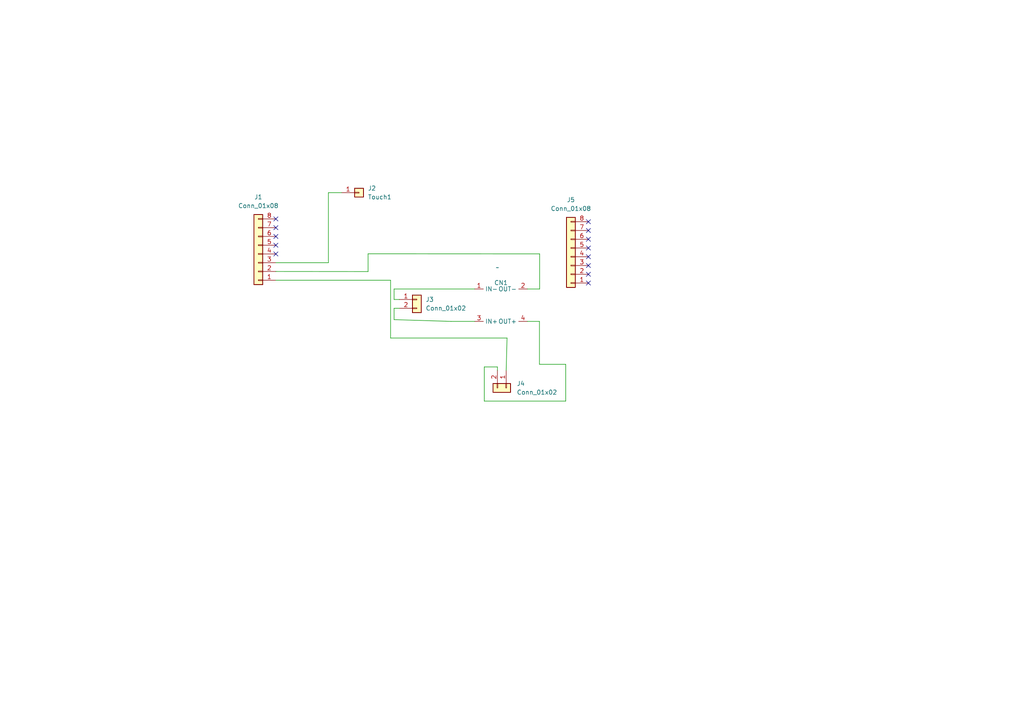
<source format=kicad_sch>
(kicad_sch (version 20230121) (generator eeschema)

  (uuid f0a5c501-fedf-4db0-951f-54aa07812f0a)

  (paper "A4")

  (lib_symbols
    (symbol "Connector_Generic:Conn_01x01" (pin_names (offset 1.016) hide) (in_bom yes) (on_board yes)
      (property "Reference" "J" (at 0 2.54 0)
        (effects (font (size 1.27 1.27)))
      )
      (property "Value" "Conn_01x01" (at 0 -2.54 0)
        (effects (font (size 1.27 1.27)))
      )
      (property "Footprint" "" (at 0 0 0)
        (effects (font (size 1.27 1.27)) hide)
      )
      (property "Datasheet" "~" (at 0 0 0)
        (effects (font (size 1.27 1.27)) hide)
      )
      (property "ki_keywords" "connector" (at 0 0 0)
        (effects (font (size 1.27 1.27)) hide)
      )
      (property "ki_description" "Generic connector, single row, 01x01, script generated (kicad-library-utils/schlib/autogen/connector/)" (at 0 0 0)
        (effects (font (size 1.27 1.27)) hide)
      )
      (property "ki_fp_filters" "Connector*:*_1x??_*" (at 0 0 0)
        (effects (font (size 1.27 1.27)) hide)
      )
      (symbol "Conn_01x01_1_1"
        (rectangle (start -1.27 0.127) (end 0 -0.127)
          (stroke (width 0.1524) (type default))
          (fill (type none))
        )
        (rectangle (start -1.27 1.27) (end 1.27 -1.27)
          (stroke (width 0.254) (type default))
          (fill (type background))
        )
        (pin passive line (at -5.08 0 0) (length 3.81)
          (name "Pin_1" (effects (font (size 1.27 1.27))))
          (number "1" (effects (font (size 1.27 1.27))))
        )
      )
    )
    (symbol "Connector_Generic:Conn_01x02" (pin_names (offset 1.016) hide) (in_bom yes) (on_board yes)
      (property "Reference" "J" (at 0 2.54 0)
        (effects (font (size 1.27 1.27)))
      )
      (property "Value" "Conn_01x02" (at 0 -5.08 0)
        (effects (font (size 1.27 1.27)))
      )
      (property "Footprint" "" (at 0 0 0)
        (effects (font (size 1.27 1.27)) hide)
      )
      (property "Datasheet" "~" (at 0 0 0)
        (effects (font (size 1.27 1.27)) hide)
      )
      (property "ki_keywords" "connector" (at 0 0 0)
        (effects (font (size 1.27 1.27)) hide)
      )
      (property "ki_description" "Generic connector, single row, 01x02, script generated (kicad-library-utils/schlib/autogen/connector/)" (at 0 0 0)
        (effects (font (size 1.27 1.27)) hide)
      )
      (property "ki_fp_filters" "Connector*:*_1x??_*" (at 0 0 0)
        (effects (font (size 1.27 1.27)) hide)
      )
      (symbol "Conn_01x02_1_1"
        (rectangle (start -1.27 -2.413) (end 0 -2.667)
          (stroke (width 0.1524) (type default))
          (fill (type none))
        )
        (rectangle (start -1.27 0.127) (end 0 -0.127)
          (stroke (width 0.1524) (type default))
          (fill (type none))
        )
        (rectangle (start -1.27 1.27) (end 1.27 -3.81)
          (stroke (width 0.254) (type default))
          (fill (type background))
        )
        (pin passive line (at -5.08 0 0) (length 3.81)
          (name "Pin_1" (effects (font (size 1.27 1.27))))
          (number "1" (effects (font (size 1.27 1.27))))
        )
        (pin passive line (at -5.08 -2.54 0) (length 3.81)
          (name "Pin_2" (effects (font (size 1.27 1.27))))
          (number "2" (effects (font (size 1.27 1.27))))
        )
      )
    )
    (symbol "Connector_Generic:Conn_01x08" (pin_names (offset 1.016) hide) (in_bom yes) (on_board yes)
      (property "Reference" "J" (at 0 10.16 0)
        (effects (font (size 1.27 1.27)))
      )
      (property "Value" "Conn_01x08" (at 0 -12.7 0)
        (effects (font (size 1.27 1.27)))
      )
      (property "Footprint" "" (at 0 0 0)
        (effects (font (size 1.27 1.27)) hide)
      )
      (property "Datasheet" "~" (at 0 0 0)
        (effects (font (size 1.27 1.27)) hide)
      )
      (property "ki_keywords" "connector" (at 0 0 0)
        (effects (font (size 1.27 1.27)) hide)
      )
      (property "ki_description" "Generic connector, single row, 01x08, script generated (kicad-library-utils/schlib/autogen/connector/)" (at 0 0 0)
        (effects (font (size 1.27 1.27)) hide)
      )
      (property "ki_fp_filters" "Connector*:*_1x??_*" (at 0 0 0)
        (effects (font (size 1.27 1.27)) hide)
      )
      (symbol "Conn_01x08_1_1"
        (rectangle (start -1.27 -10.033) (end 0 -10.287)
          (stroke (width 0.1524) (type default))
          (fill (type none))
        )
        (rectangle (start -1.27 -7.493) (end 0 -7.747)
          (stroke (width 0.1524) (type default))
          (fill (type none))
        )
        (rectangle (start -1.27 -4.953) (end 0 -5.207)
          (stroke (width 0.1524) (type default))
          (fill (type none))
        )
        (rectangle (start -1.27 -2.413) (end 0 -2.667)
          (stroke (width 0.1524) (type default))
          (fill (type none))
        )
        (rectangle (start -1.27 0.127) (end 0 -0.127)
          (stroke (width 0.1524) (type default))
          (fill (type none))
        )
        (rectangle (start -1.27 2.667) (end 0 2.413)
          (stroke (width 0.1524) (type default))
          (fill (type none))
        )
        (rectangle (start -1.27 5.207) (end 0 4.953)
          (stroke (width 0.1524) (type default))
          (fill (type none))
        )
        (rectangle (start -1.27 7.747) (end 0 7.493)
          (stroke (width 0.1524) (type default))
          (fill (type none))
        )
        (rectangle (start -1.27 8.89) (end 1.27 -11.43)
          (stroke (width 0.254) (type default))
          (fill (type background))
        )
        (pin passive line (at -5.08 7.62 0) (length 3.81)
          (name "Pin_1" (effects (font (size 1.27 1.27))))
          (number "1" (effects (font (size 1.27 1.27))))
        )
        (pin passive line (at -5.08 5.08 0) (length 3.81)
          (name "Pin_2" (effects (font (size 1.27 1.27))))
          (number "2" (effects (font (size 1.27 1.27))))
        )
        (pin passive line (at -5.08 2.54 0) (length 3.81)
          (name "Pin_3" (effects (font (size 1.27 1.27))))
          (number "3" (effects (font (size 1.27 1.27))))
        )
        (pin passive line (at -5.08 0 0) (length 3.81)
          (name "Pin_4" (effects (font (size 1.27 1.27))))
          (number "4" (effects (font (size 1.27 1.27))))
        )
        (pin passive line (at -5.08 -2.54 0) (length 3.81)
          (name "Pin_5" (effects (font (size 1.27 1.27))))
          (number "5" (effects (font (size 1.27 1.27))))
        )
        (pin passive line (at -5.08 -5.08 0) (length 3.81)
          (name "Pin_6" (effects (font (size 1.27 1.27))))
          (number "6" (effects (font (size 1.27 1.27))))
        )
        (pin passive line (at -5.08 -7.62 0) (length 3.81)
          (name "Pin_7" (effects (font (size 1.27 1.27))))
          (number "7" (effects (font (size 1.27 1.27))))
        )
        (pin passive line (at -5.08 -10.16 0) (length 3.81)
          (name "Pin_8" (effects (font (size 1.27 1.27))))
          (number "8" (effects (font (size 1.27 1.27))))
        )
      )
    )
    (symbol "WaterCamCustom:PowerSupplyConn" (in_bom yes) (on_board yes)
      (property "Reference" "CN" (at 0.0508 -0.1016 0)
        (effects (font (size 1.27 1.27)))
      )
      (property "Value" "" (at -1.016 10.922 0)
        (effects (font (size 1.27 1.27)))
      )
      (property "Footprint" "" (at -1.016 10.922 0)
        (effects (font (size 1.27 1.27)) hide)
      )
      (property "Datasheet" "" (at -1.016 10.922 0)
        (effects (font (size 1.27 1.27)) hide)
      )
      (symbol "PowerSupplyConn_1_1"
        (pin passive line (at -7.65 4.7 0) (length 2.54)
          (name "IN-" (effects (font (size 1.27 1.27))))
          (number "1" (effects (font (size 1.27 1.27))))
        )
        (pin passive line (at 7.65 4.7 180) (length 2.54)
          (name "OUT-" (effects (font (size 1.27 1.27))))
          (number "2" (effects (font (size 1.27 1.27))))
        )
        (pin passive line (at -7.65 -4.7 0) (length 2.54)
          (name "IN+" (effects (font (size 1.27 1.27))))
          (number "3" (effects (font (size 1.27 1.27))))
        )
        (pin passive line (at 7.65 -4.7 180) (length 2.54)
          (name "OUT+" (effects (font (size 1.27 1.27))))
          (number "4" (effects (font (size 1.27 1.27))))
        )
      )
    )
  )


  (no_connect (at 170.6626 69.3928) (uuid 040d08a6-ce9b-44db-919c-cec53b23f40f))
  (no_connect (at 80.01 63.5) (uuid 06e8960b-f91c-4aa6-be3f-c24587ddd9e0))
  (no_connect (at 170.6626 71.9328) (uuid 08a37ec1-cd5b-4f8c-aefe-4873ba1ef2ab))
  (no_connect (at 170.6626 82.0928) (uuid 0e97780d-c5c6-47ad-b21d-538e58503cdf))
  (no_connect (at 80.01 71.12) (uuid 24e1fe46-0078-4920-b207-f1c017349489))
  (no_connect (at 170.6626 64.3128) (uuid 288a0479-3e30-415f-b121-bee7b0ff7ec6))
  (no_connect (at 80.01 68.58) (uuid 30b5cc42-c81a-43ba-93e5-18a608f02ecb))
  (no_connect (at 170.6626 66.8528) (uuid 8346ab21-918e-45ed-9c0a-87b55c9016c9))
  (no_connect (at 80.01 73.66) (uuid 978431cb-fe10-4799-b799-1e960a6d5fea))
  (no_connect (at 170.6626 74.4728) (uuid 98b33f4a-7554-48fd-af9d-faa5b0e471e3))
  (no_connect (at 170.6626 77.0128) (uuid ad37017b-26fc-4609-8c5e-1eb130d4ef65))
  (no_connect (at 80.01 66.04) (uuid c02a061b-5e71-44f8-a057-1eb14239d2d7))
  (no_connect (at 170.6626 79.5528) (uuid dcb8a168-c17b-4370-97f4-a667a1981a2f))

  (wire (pts (xy 140.462 116.332) (xy 140.462 106.426))
    (stroke (width 0) (type default))
    (uuid 08429451-b2fb-46b5-a848-3b581e3e8511)
  )
  (wire (pts (xy 156.5148 83.82) (xy 156.5148 73.6346))
    (stroke (width 0) (type default))
    (uuid 0c720a24-5678-4108-9d1a-055fd4cbd9f0)
  )
  (wire (pts (xy 106.7562 78.7654) (xy 106.7562 73.6092))
    (stroke (width 0) (type default))
    (uuid 251c6339-ad87-489b-8556-614614a94a89)
  )
  (wire (pts (xy 156.464 105.664) (xy 164.084 105.664))
    (stroke (width 0) (type default))
    (uuid 26ce92a2-768f-4f2d-86fc-cf0aa487d353)
  )
  (wire (pts (xy 114.3 83.82) (xy 114.3 86.868))
    (stroke (width 0) (type default))
    (uuid 288d0254-c993-4323-a051-0ae19edd7a2e)
  )
  (wire (pts (xy 114.3 92.71) (xy 130.81 93.218))
    (stroke (width 0) (type default))
    (uuid 294598d0-559a-4145-9586-90c87c0c3b04)
  )
  (wire (pts (xy 114.3 89.408) (xy 114.3 92.71))
    (stroke (width 0) (type default))
    (uuid 363fbb1f-87a8-4760-8870-eacbe1e7228f)
  )
  (wire (pts (xy 147.066 98.044) (xy 146.812 107.442))
    (stroke (width 0) (type default))
    (uuid 4414b4a6-650f-499e-a15d-f1105a174307)
  )
  (wire (pts (xy 113.284 98.044) (xy 147.066 98.044))
    (stroke (width 0) (type default))
    (uuid 49263c05-1ca9-4354-9449-6c4d6721f89f)
  )
  (wire (pts (xy 80.01 76.2) (xy 95.25 76.2))
    (stroke (width 0) (type default))
    (uuid 4eabcea8-2330-4792-92dc-a23f089e9a7e)
  )
  (wire (pts (xy 164.084 116.332) (xy 140.462 116.332))
    (stroke (width 0) (type default))
    (uuid 5441d75c-7f30-4cf9-b025-7ab4fb09a023)
  )
  (wire (pts (xy 95.25 55.88) (xy 99.06 55.88))
    (stroke (width 0) (type default))
    (uuid 650cef0e-7529-4fc5-85d2-c4145f44d43a)
  )
  (wire (pts (xy 140.462 106.426) (xy 144.272 106.426))
    (stroke (width 0) (type default))
    (uuid 6d2e7694-e9a4-4733-9c49-027b33ef27ca)
  )
  (wire (pts (xy 156.464 93.218) (xy 156.464 105.664))
    (stroke (width 0) (type default))
    (uuid 746129b7-2a98-4bb5-8859-94e0ecdc9d6c)
  )
  (wire (pts (xy 114.3 86.868) (xy 115.824 86.868))
    (stroke (width 0) (type default))
    (uuid 74d0ecbe-cd1a-480c-bf94-b890dd9589d9)
  )
  (wire (pts (xy 106.7562 73.6092) (xy 156.5148 73.6346))
    (stroke (width 0) (type default))
    (uuid 755194c4-dea2-4f00-8356-3021b3621351)
  )
  (wire (pts (xy 152.968 93.22) (xy 156.464 93.218))
    (stroke (width 0) (type default))
    (uuid 766b7274-b07d-47c0-af2b-4ed991f3e758)
  )
  (wire (pts (xy 95.25 55.88) (xy 95.25 76.2))
    (stroke (width 0) (type default))
    (uuid 78df7cd0-a9d8-4323-b027-a6d540120c6e)
  )
  (wire (pts (xy 152.968 83.82) (xy 156.5148 83.82))
    (stroke (width 0) (type default))
    (uuid 816184fc-02ff-4e3d-b823-3999b886f217)
  )
  (wire (pts (xy 114.3 83.82) (xy 137.668 83.82))
    (stroke (width 0) (type default))
    (uuid 8cfdd7f2-8f5e-4012-8d6c-c967534090aa)
  )
  (wire (pts (xy 80.01 81.28) (xy 113.284 81.28))
    (stroke (width 0) (type default))
    (uuid 922bd197-366a-4af6-8491-3e2ab22e0902)
  )
  (wire (pts (xy 80.01 78.74) (xy 106.7562 78.7654))
    (stroke (width 0) (type default))
    (uuid 92cdac0e-a6ce-486a-8dcd-2e2b684d9cc3)
  )
  (wire (pts (xy 144.272 106.426) (xy 144.272 107.442))
    (stroke (width 0) (type default))
    (uuid a4218949-afb9-4c30-b482-f219e3404ed5)
  )
  (wire (pts (xy 130.81 93.218) (xy 137.668 93.22))
    (stroke (width 0) (type default))
    (uuid a65278bc-6d58-4bee-ae8c-463bc0460b14)
  )
  (wire (pts (xy 164.084 105.664) (xy 164.084 116.332))
    (stroke (width 0) (type default))
    (uuid d91cc333-1f74-47d5-bb38-8a7c1057cdea)
  )
  (wire (pts (xy 115.824 89.408) (xy 114.3 89.408))
    (stroke (width 0) (type default))
    (uuid ec33495b-6037-4878-b773-ff5cd21a5e9a)
  )
  (wire (pts (xy 113.284 81.28) (xy 113.284 98.044))
    (stroke (width 0) (type default))
    (uuid fef9fbde-caca-4618-b5ea-58641c7f1af3)
  )

  (symbol (lib_id "Connector_Generic:Conn_01x01") (at 104.14 55.88 0) (unit 1)
    (in_bom yes) (on_board yes) (dnp no) (fields_autoplaced)
    (uuid 227f3c30-e8d5-439c-98a8-552857acb610)
    (property "Reference" "J2" (at 106.68 54.61 0)
      (effects (font (size 1.27 1.27)) (justify left))
    )
    (property "Value" "Touch1" (at 106.68 57.15 0)
      (effects (font (size 1.27 1.27)) (justify left))
    )
    (property "Footprint" "Connector_PinHeader_2.54mm:PinHeader_1x01_P2.54mm_Vertical" (at 104.14 55.88 0)
      (effects (font (size 1.27 1.27)) hide)
    )
    (property "Datasheet" "~" (at 104.14 55.88 0)
      (effects (font (size 1.27 1.27)) hide)
    )
    (pin "1" (uuid bc443f76-e88e-4884-8c09-1cf513a31cdb))
    (instances
      (project "UnderwaterCam project JJ"
        (path "/f0a5c501-fedf-4db0-951f-54aa07812f0a"
          (reference "J2") (unit 1)
        )
      )
    )
  )

  (symbol (lib_id "Connector_Generic:Conn_01x02") (at 120.904 86.868 0) (unit 1)
    (in_bom yes) (on_board yes) (dnp no) (fields_autoplaced)
    (uuid 47666d90-7010-425a-8ec0-ed9f3e5dc20c)
    (property "Reference" "J3" (at 123.444 86.868 0)
      (effects (font (size 1.27 1.27)) (justify left))
    )
    (property "Value" "Conn_01x02" (at 123.444 89.408 0)
      (effects (font (size 1.27 1.27)) (justify left))
    )
    (property "Footprint" "Connector_JST:JST_PH_S2B-PH-K_1x02_P2.00mm_Horizontal" (at 120.904 86.868 0)
      (effects (font (size 1.27 1.27)) hide)
    )
    (property "Datasheet" "~" (at 120.904 86.868 0)
      (effects (font (size 1.27 1.27)) hide)
    )
    (pin "2" (uuid 1e3f52c5-fa63-4a32-8700-d80518b4f96c))
    (pin "1" (uuid b7eff1ad-dac0-44fa-a19b-49193d64e1e6))
    (instances
      (project "UnderwaterCam project JJ"
        (path "/f0a5c501-fedf-4db0-951f-54aa07812f0a"
          (reference "J3") (unit 1)
        )
      )
    )
  )

  (symbol (lib_id "Connector_Generic:Conn_01x08") (at 165.5826 74.4728 180) (unit 1)
    (in_bom yes) (on_board yes) (dnp no) (fields_autoplaced)
    (uuid 77dd5cff-3e07-47cd-8358-d99c8df59fdf)
    (property "Reference" "J5" (at 165.5826 57.9628 0)
      (effects (font (size 1.27 1.27)))
    )
    (property "Value" "Conn_01x08" (at 165.5826 60.5028 0)
      (effects (font (size 1.27 1.27)))
    )
    (property "Footprint" "Connector_PinHeader_2.54mm:PinHeader_1x08_P2.54mm_Vertical" (at 165.5826 74.4728 0)
      (effects (font (size 1.27 1.27)) hide)
    )
    (property "Datasheet" "~" (at 165.5826 74.4728 0)
      (effects (font (size 1.27 1.27)) hide)
    )
    (pin "6" (uuid e1798498-32f9-4a1c-896d-c984ffbb51b9))
    (pin "1" (uuid 8e0842cf-cf33-47f5-b48a-a1284102ab17))
    (pin "5" (uuid e30437ea-8989-4597-bf3a-fc8137517106))
    (pin "8" (uuid f9ca7817-f60f-4b4f-b299-54b163ea798a))
    (pin "7" (uuid de230079-f463-4de2-8b7e-0442f7915eb9))
    (pin "4" (uuid 71f7603c-05e6-4bc5-81e1-a61de8b5132e))
    (pin "2" (uuid 566085d9-a6d8-46eb-90d6-c301f5737487))
    (pin "3" (uuid bb45c4dd-18cc-4d46-97d0-2f86dce9b42a))
    (instances
      (project "UnderwaterCam project JJ"
        (path "/f0a5c501-fedf-4db0-951f-54aa07812f0a"
          (reference "J5") (unit 1)
        )
      )
    )
  )

  (symbol (lib_id "Connector_Generic:Conn_01x08") (at 74.93 73.66 180) (unit 1)
    (in_bom yes) (on_board yes) (dnp no) (fields_autoplaced)
    (uuid a816b966-2285-4042-ab50-fcd36f3829e4)
    (property "Reference" "J1" (at 74.93 57.15 0)
      (effects (font (size 1.27 1.27)))
    )
    (property "Value" "Conn_01x08" (at 74.93 59.69 0)
      (effects (font (size 1.27 1.27)))
    )
    (property "Footprint" "Connector_PinHeader_2.54mm:PinHeader_1x08_P2.54mm_Vertical" (at 74.93 73.66 0)
      (effects (font (size 1.27 1.27)) hide)
    )
    (property "Datasheet" "~" (at 74.93 73.66 0)
      (effects (font (size 1.27 1.27)) hide)
    )
    (pin "6" (uuid 57895e94-1c38-441d-874d-b7829bc1802b))
    (pin "1" (uuid 9002ce8a-bf0f-42d5-bfdd-37a242dfce4d))
    (pin "5" (uuid b9175017-bedb-4503-a30f-81f263ec6d4f))
    (pin "8" (uuid 473bbc50-0c09-4c5c-85f9-5105de12624c))
    (pin "7" (uuid 01ec3b54-3848-4ada-b6b9-8a85d9f13d9b))
    (pin "4" (uuid c8887764-1580-43e8-a009-d462644d6308))
    (pin "2" (uuid 1ef46a88-71c1-4b9f-a858-bea2d54f2d01))
    (pin "3" (uuid daf8a94c-ae9f-49a7-a98d-3e94f841dbac))
    (instances
      (project "UnderwaterCam project JJ"
        (path "/f0a5c501-fedf-4db0-951f-54aa07812f0a"
          (reference "J1") (unit 1)
        )
      )
    )
  )

  (symbol (lib_id "WaterCamCustom:PowerSupplyConn") (at 145.318 88.52 0) (unit 1)
    (in_bom yes) (on_board yes) (dnp no) (fields_autoplaced)
    (uuid b87f23f8-a9f4-4073-bdd7-c04952ff0098)
    (property "Reference" "CN1" (at 145.318 82.0176 0)
      (effects (font (size 1.27 1.27)))
    )
    (property "Value" "~" (at 144.302 77.598 0)
      (effects (font (size 1.27 1.27)))
    )
    (property "Footprint" "WaterCamCustom:PowerSupplyConn" (at 144.302 77.598 0)
      (effects (font (size 1.27 1.27)) hide)
    )
    (property "Datasheet" "" (at 144.302 77.598 0)
      (effects (font (size 1.27 1.27)) hide)
    )
    (pin "4" (uuid 28a783a5-ec88-4714-9703-6cef590b7ef9))
    (pin "2" (uuid 693e1e1e-982a-47d9-b8a6-7130309d0456))
    (pin "3" (uuid 02d76164-5219-4b41-af06-5d399eabb337))
    (pin "1" (uuid cf34caa5-4f1b-4769-90ef-8ee1bfcc9c8f))
    (instances
      (project "UnderwaterCam project JJ"
        (path "/f0a5c501-fedf-4db0-951f-54aa07812f0a"
          (reference "CN1") (unit 1)
        )
      )
    )
  )

  (symbol (lib_id "Connector_Generic:Conn_01x02") (at 146.812 112.522 270) (unit 1)
    (in_bom yes) (on_board yes) (dnp no) (fields_autoplaced)
    (uuid d0249fcf-0c8d-466a-bfa9-773a78db3d9f)
    (property "Reference" "J4" (at 149.86 111.252 90)
      (effects (font (size 1.27 1.27)) (justify left))
    )
    (property "Value" "Conn_01x02" (at 149.86 113.792 90)
      (effects (font (size 1.27 1.27)) (justify left))
    )
    (property "Footprint" "Connector_JST:JST_PH_S2B-PH-K_1x02_P2.00mm_Horizontal" (at 146.812 112.522 0)
      (effects (font (size 1.27 1.27)) hide)
    )
    (property "Datasheet" "~" (at 146.812 112.522 0)
      (effects (font (size 1.27 1.27)) hide)
    )
    (pin "1" (uuid d589d6da-d347-454b-87c9-1eae778ea5e9))
    (pin "2" (uuid 1101ae58-9797-46dd-8d7f-5c85f2193c8b))
    (instances
      (project "UnderwaterCam project JJ"
        (path "/f0a5c501-fedf-4db0-951f-54aa07812f0a"
          (reference "J4") (unit 1)
        )
      )
    )
  )

  (sheet_instances
    (path "/" (page "1"))
  )
)

</source>
